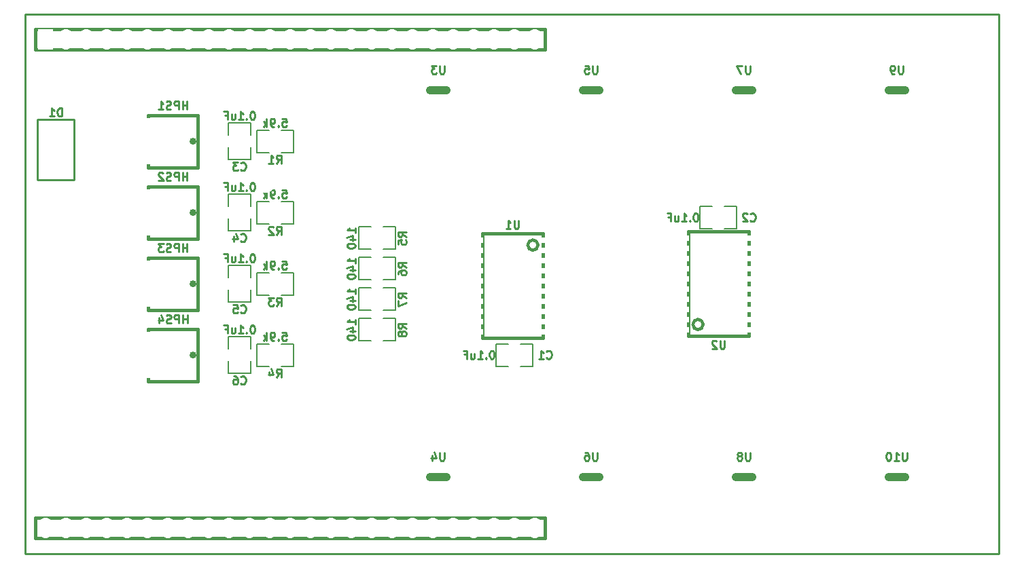
<source format=gbo>
G04 #@! TF.GenerationSoftware,KiCad,Pcbnew,6.0.0-rc1-unknown-576a0af~66~ubuntu18.04.1*
G04 #@! TF.CreationDate,2018-10-20T16:59:14-04:00*
G04 #@! TF.ProjectId,backlight_controller_5x3,6261636B6C696768745F636F6E74726F,1.1*
G04 #@! TF.SameCoordinates,Original*
G04 #@! TF.FileFunction,Legend,Bot*
G04 #@! TF.FilePolarity,Positive*
%FSLAX46Y46*%
G04 Gerber Fmt 4.6, Leading zero omitted, Abs format (unit mm)*
G04 Created by KiCad (PCBNEW 6.0.0-rc1-unknown-576a0af~66~ubuntu18.04.1) date Sat 20 Oct 2018 04:59:14 PM EDT*
%MOMM*%
%LPD*%
G01*
G04 APERTURE LIST*
%ADD10C,0.228600*%
%ADD11C,0.127000*%
%ADD12C,0.381000*%
%ADD13C,1.000000*%
%ADD14C,0.254000*%
%ADD15C,2.200000*%
%ADD16R,1.270000X2.540000*%
%ADD17O,4.000000X3.000000*%
%ADD18R,4.000000X3.000000*%
%ADD19C,4.000000*%
%ADD20O,1.854200X2.540000*%
%ADD21C,3.556000*%
%ADD22R,1.854200X2.540000*%
%ADD23R,1.800000X1.640000*%
%ADD24R,4.000000X5.160000*%
%ADD25R,2.540000X1.270000*%
%ADD26R,6.400000X5.800000*%
%ADD27R,2.200000X0.800000*%
%ADD28R,2.140000X0.740000*%
%ADD29O,1.524000X2.032000*%
%ADD30O,2.032000X1.524000*%
%ADD31C,2.500000*%
%ADD32R,0.800000X0.900000*%
G04 APERTURE END LIST*
D10*
X191135000Y-71755000D02*
X69850000Y-71755000D01*
X191135000Y-139065000D02*
X191135000Y-71755000D01*
X69850000Y-139065000D02*
X191135000Y-139065000D01*
X69850000Y-71755000D02*
X69850000Y-139065000D01*
D11*
G04 #@! TO.C,R8*
X115951000Y-112522000D02*
X114427000Y-112522000D01*
X115951000Y-109728000D02*
X115951000Y-112522000D01*
X114427000Y-109728000D02*
X115951000Y-109728000D01*
X111379000Y-109728000D02*
X112903000Y-109728000D01*
X111379000Y-112522000D02*
X111379000Y-109728000D01*
X112903000Y-112522000D02*
X111379000Y-112522000D01*
D12*
G04 #@! TO.C,MDB1*
X71120000Y-76200000D02*
X134620000Y-76200000D01*
X71120000Y-73660000D02*
X134620000Y-73660000D01*
X71120000Y-137160000D02*
X134620000Y-137160000D01*
X71120000Y-134620000D02*
X134620000Y-134620000D01*
X134620000Y-76200000D02*
X134620000Y-73660000D01*
X71120000Y-73660000D02*
X71120000Y-76200000D01*
X134620000Y-137160000D02*
X134620000Y-134620000D01*
X71120000Y-134620000D02*
X71120000Y-137160000D01*
D10*
G04 #@! TO.C,D1*
X71360000Y-84900000D02*
X71360000Y-92400000D01*
X75960000Y-84900000D02*
X71360000Y-84900000D01*
X75960000Y-92400000D02*
X75960000Y-84900000D01*
X71360000Y-92400000D02*
X75960000Y-92400000D01*
D11*
G04 #@! TO.C,C1*
X133096000Y-115697000D02*
X131572000Y-115697000D01*
X133096000Y-112903000D02*
X133096000Y-115697000D01*
X131572000Y-112903000D02*
X133096000Y-112903000D01*
X128524000Y-112903000D02*
X130048000Y-112903000D01*
X128524000Y-115697000D02*
X128524000Y-112903000D01*
X130048000Y-115697000D02*
X128524000Y-115697000D01*
G04 #@! TO.C,C2*
X153924000Y-95758000D02*
X155448000Y-95758000D01*
X153924000Y-98552000D02*
X153924000Y-95758000D01*
X155448000Y-98552000D02*
X153924000Y-98552000D01*
X158496000Y-98552000D02*
X156972000Y-98552000D01*
X158496000Y-95758000D02*
X158496000Y-98552000D01*
X156972000Y-95758000D02*
X158496000Y-95758000D01*
G04 #@! TO.C,C3*
X95123000Y-89916000D02*
X95123000Y-88392000D01*
X97917000Y-89916000D02*
X95123000Y-89916000D01*
X97917000Y-88392000D02*
X97917000Y-89916000D01*
X97917000Y-85344000D02*
X97917000Y-86868000D01*
X95123000Y-85344000D02*
X97917000Y-85344000D01*
X95123000Y-86868000D02*
X95123000Y-85344000D01*
G04 #@! TO.C,C4*
X95123000Y-98806000D02*
X95123000Y-97282000D01*
X97917000Y-98806000D02*
X95123000Y-98806000D01*
X97917000Y-97282000D02*
X97917000Y-98806000D01*
X97917000Y-94234000D02*
X97917000Y-95758000D01*
X95123000Y-94234000D02*
X97917000Y-94234000D01*
X95123000Y-95758000D02*
X95123000Y-94234000D01*
G04 #@! TO.C,C5*
X95123000Y-107696000D02*
X95123000Y-106172000D01*
X97917000Y-107696000D02*
X95123000Y-107696000D01*
X97917000Y-106172000D02*
X97917000Y-107696000D01*
X97917000Y-103124000D02*
X97917000Y-104648000D01*
X95123000Y-103124000D02*
X97917000Y-103124000D01*
X95123000Y-104648000D02*
X95123000Y-103124000D01*
G04 #@! TO.C,C6*
X95123000Y-116586000D02*
X95123000Y-115062000D01*
X97917000Y-116586000D02*
X95123000Y-116586000D01*
X97917000Y-115062000D02*
X97917000Y-116586000D01*
X97917000Y-112014000D02*
X97917000Y-113538000D01*
X95123000Y-112014000D02*
X97917000Y-112014000D01*
X95123000Y-113538000D02*
X95123000Y-112014000D01*
D12*
G04 #@! TO.C,HPS1*
X90968607Y-87630000D02*
G75*
G03X90968607Y-87630000I-223607J0D01*
G01*
X85155000Y-84380000D02*
X85155000Y-90880000D01*
X85155000Y-90880000D02*
X91375000Y-90880000D01*
X91375000Y-90880000D02*
X91375000Y-84380000D01*
X91375000Y-84380000D02*
X85155000Y-84380000D01*
G04 #@! TO.C,HPS2*
X90968607Y-96520000D02*
G75*
G03X90968607Y-96520000I-223607J0D01*
G01*
X85155000Y-93270000D02*
X85155000Y-99770000D01*
X85155000Y-99770000D02*
X91375000Y-99770000D01*
X91375000Y-99770000D02*
X91375000Y-93270000D01*
X91375000Y-93270000D02*
X85155000Y-93270000D01*
G04 #@! TO.C,HPS3*
X90968607Y-105410000D02*
G75*
G03X90968607Y-105410000I-223607J0D01*
G01*
X85155000Y-102160000D02*
X85155000Y-108660000D01*
X85155000Y-108660000D02*
X91375000Y-108660000D01*
X91375000Y-108660000D02*
X91375000Y-102160000D01*
X91375000Y-102160000D02*
X85155000Y-102160000D01*
G04 #@! TO.C,HPS4*
X90968607Y-114300000D02*
G75*
G03X90968607Y-114300000I-223607J0D01*
G01*
X85155000Y-111050000D02*
X85155000Y-117550000D01*
X85155000Y-117550000D02*
X91375000Y-117550000D01*
X91375000Y-117550000D02*
X91375000Y-111050000D01*
X91375000Y-111050000D02*
X85155000Y-111050000D01*
D11*
G04 #@! TO.C,R1*
X103251000Y-89027000D02*
X101727000Y-89027000D01*
X103251000Y-86233000D02*
X103251000Y-89027000D01*
X101727000Y-86233000D02*
X103251000Y-86233000D01*
X98679000Y-86233000D02*
X100203000Y-86233000D01*
X98679000Y-89027000D02*
X98679000Y-86233000D01*
X100203000Y-89027000D02*
X98679000Y-89027000D01*
G04 #@! TO.C,R2*
X103251000Y-97917000D02*
X101727000Y-97917000D01*
X103251000Y-95123000D02*
X103251000Y-97917000D01*
X101727000Y-95123000D02*
X103251000Y-95123000D01*
X98679000Y-95123000D02*
X100203000Y-95123000D01*
X98679000Y-97917000D02*
X98679000Y-95123000D01*
X100203000Y-97917000D02*
X98679000Y-97917000D01*
G04 #@! TO.C,R3*
X103251000Y-106807000D02*
X101727000Y-106807000D01*
X103251000Y-104013000D02*
X103251000Y-106807000D01*
X101727000Y-104013000D02*
X103251000Y-104013000D01*
X98679000Y-104013000D02*
X100203000Y-104013000D01*
X98679000Y-106807000D02*
X98679000Y-104013000D01*
X100203000Y-106807000D02*
X98679000Y-106807000D01*
G04 #@! TO.C,R4*
X103251000Y-115697000D02*
X101727000Y-115697000D01*
X103251000Y-112903000D02*
X103251000Y-115697000D01*
X101727000Y-112903000D02*
X103251000Y-112903000D01*
X98679000Y-112903000D02*
X100203000Y-112903000D01*
X98679000Y-115697000D02*
X98679000Y-112903000D01*
X100203000Y-115697000D02*
X98679000Y-115697000D01*
G04 #@! TO.C,R5*
X115951000Y-101092000D02*
X114427000Y-101092000D01*
X115951000Y-98298000D02*
X115951000Y-101092000D01*
X114427000Y-98298000D02*
X115951000Y-98298000D01*
X111379000Y-98298000D02*
X112903000Y-98298000D01*
X111379000Y-101092000D02*
X111379000Y-98298000D01*
X112903000Y-101092000D02*
X111379000Y-101092000D01*
G04 #@! TO.C,R6*
X115951000Y-104902000D02*
X114427000Y-104902000D01*
X115951000Y-102108000D02*
X115951000Y-104902000D01*
X114427000Y-102108000D02*
X115951000Y-102108000D01*
X111379000Y-102108000D02*
X112903000Y-102108000D01*
X111379000Y-104902000D02*
X111379000Y-102108000D01*
X112903000Y-104902000D02*
X111379000Y-104902000D01*
G04 #@! TO.C,R7*
X115951000Y-108712000D02*
X114427000Y-108712000D01*
X115951000Y-105918000D02*
X115951000Y-108712000D01*
X114427000Y-105918000D02*
X115951000Y-105918000D01*
X111379000Y-105918000D02*
X112903000Y-105918000D01*
X111379000Y-108712000D02*
X111379000Y-105918000D01*
X112903000Y-108712000D02*
X111379000Y-108712000D01*
D12*
G04 #@! TO.C,U1*
X126806000Y-99164000D02*
X134306000Y-99164000D01*
X126806000Y-112164000D02*
X126806000Y-99164000D01*
X134306000Y-112164000D02*
X126806000Y-112164000D01*
X134306000Y-99164000D02*
X134306000Y-112164000D01*
X133731000Y-100584000D02*
G75*
G03X133731000Y-100584000I-635000J0D01*
G01*
G04 #@! TO.C,U2*
X159960000Y-111910000D02*
X152460000Y-111910000D01*
X159960000Y-98910000D02*
X159960000Y-111910000D01*
X152460000Y-98910000D02*
X159960000Y-98910000D01*
X152460000Y-111910000D02*
X152460000Y-98910000D01*
X154305000Y-110490000D02*
G75*
G03X154305000Y-110490000I-635000J0D01*
G01*
D13*
G04 #@! TO.C,U3*
X120285000Y-81280000D02*
X122285000Y-81280000D01*
G04 #@! TO.C,U4*
X120285000Y-129540000D02*
X122285000Y-129540000D01*
G04 #@! TO.C,U5*
X139335000Y-81280000D02*
X141335000Y-81280000D01*
G04 #@! TO.C,U6*
X139335000Y-129540000D02*
X141335000Y-129540000D01*
G04 #@! TO.C,U7*
X158385000Y-81280000D02*
X160385000Y-81280000D01*
G04 #@! TO.C,U8*
X158385000Y-129540000D02*
X160385000Y-129540000D01*
G04 #@! TO.C,U9*
X177435000Y-81280000D02*
X179435000Y-81280000D01*
G04 #@! TO.C,U10*
X177435000Y-129540000D02*
X179435000Y-129540000D01*
G04 #@! TD*
G04 #@! TO.C,R8*
D14*
X117299619Y-110955666D02*
X116815809Y-110617000D01*
X117299619Y-110375095D02*
X116283619Y-110375095D01*
X116283619Y-110762142D01*
X116332000Y-110858904D01*
X116380380Y-110907285D01*
X116477142Y-110955666D01*
X116622285Y-110955666D01*
X116719047Y-110907285D01*
X116767428Y-110858904D01*
X116815809Y-110762142D01*
X116815809Y-110375095D01*
X116719047Y-111536238D02*
X116670666Y-111439476D01*
X116622285Y-111391095D01*
X116525523Y-111342714D01*
X116477142Y-111342714D01*
X116380380Y-111391095D01*
X116332000Y-111439476D01*
X116283619Y-111536238D01*
X116283619Y-111729761D01*
X116332000Y-111826523D01*
X116380380Y-111874904D01*
X116477142Y-111923285D01*
X116525523Y-111923285D01*
X116622285Y-111874904D01*
X116670666Y-111826523D01*
X116719047Y-111729761D01*
X116719047Y-111536238D01*
X116767428Y-111439476D01*
X116815809Y-111391095D01*
X116912571Y-111342714D01*
X117106095Y-111342714D01*
X117202857Y-111391095D01*
X117251238Y-111439476D01*
X117299619Y-111536238D01*
X117299619Y-111729761D01*
X117251238Y-111826523D01*
X117202857Y-111874904D01*
X117106095Y-111923285D01*
X116912571Y-111923285D01*
X116815809Y-111874904D01*
X116767428Y-111826523D01*
X116719047Y-111729761D01*
X110949619Y-110447666D02*
X110949619Y-109867095D01*
X110949619Y-110157380D02*
X109933619Y-110157380D01*
X110078761Y-110060619D01*
X110175523Y-109963857D01*
X110223904Y-109867095D01*
X110272285Y-111318523D02*
X110949619Y-111318523D01*
X109885238Y-111076619D02*
X110610952Y-110834714D01*
X110610952Y-111463666D01*
X109933619Y-112044238D02*
X109933619Y-112141000D01*
X109982000Y-112237761D01*
X110030380Y-112286142D01*
X110127142Y-112334523D01*
X110320666Y-112382904D01*
X110562571Y-112382904D01*
X110756095Y-112334523D01*
X110852857Y-112286142D01*
X110901238Y-112237761D01*
X110949619Y-112141000D01*
X110949619Y-112044238D01*
X110901238Y-111947476D01*
X110852857Y-111899095D01*
X110756095Y-111850714D01*
X110562571Y-111802333D01*
X110320666Y-111802333D01*
X110127142Y-111850714D01*
X110030380Y-111899095D01*
X109982000Y-111947476D01*
X109933619Y-112044238D01*
G04 #@! TO.C,D1*
X74409904Y-84509619D02*
X74409904Y-83493619D01*
X74168000Y-83493619D01*
X74022857Y-83542000D01*
X73926095Y-83638761D01*
X73877714Y-83735523D01*
X73829333Y-83929047D01*
X73829333Y-84074190D01*
X73877714Y-84267714D01*
X73926095Y-84364476D01*
X74022857Y-84461238D01*
X74168000Y-84509619D01*
X74409904Y-84509619D01*
X72861714Y-84509619D02*
X73442285Y-84509619D01*
X73152000Y-84509619D02*
X73152000Y-83493619D01*
X73248761Y-83638761D01*
X73345523Y-83735523D01*
X73442285Y-83783904D01*
G04 #@! TO.C,C1*
X134789333Y-114662857D02*
X134837714Y-114711238D01*
X134982857Y-114759619D01*
X135079619Y-114759619D01*
X135224761Y-114711238D01*
X135321523Y-114614476D01*
X135369904Y-114517714D01*
X135418285Y-114324190D01*
X135418285Y-114179047D01*
X135369904Y-113985523D01*
X135321523Y-113888761D01*
X135224761Y-113792000D01*
X135079619Y-113743619D01*
X134982857Y-113743619D01*
X134837714Y-113792000D01*
X134789333Y-113840380D01*
X133821714Y-114759619D02*
X134402285Y-114759619D01*
X134112000Y-114759619D02*
X134112000Y-113743619D01*
X134208761Y-113888761D01*
X134305523Y-113985523D01*
X134402285Y-114033904D01*
X128034142Y-113743619D02*
X127937380Y-113743619D01*
X127840619Y-113792000D01*
X127792238Y-113840380D01*
X127743857Y-113937142D01*
X127695476Y-114130666D01*
X127695476Y-114372571D01*
X127743857Y-114566095D01*
X127792238Y-114662857D01*
X127840619Y-114711238D01*
X127937380Y-114759619D01*
X128034142Y-114759619D01*
X128130904Y-114711238D01*
X128179285Y-114662857D01*
X128227666Y-114566095D01*
X128276047Y-114372571D01*
X128276047Y-114130666D01*
X128227666Y-113937142D01*
X128179285Y-113840380D01*
X128130904Y-113792000D01*
X128034142Y-113743619D01*
X127260047Y-114662857D02*
X127211666Y-114711238D01*
X127260047Y-114759619D01*
X127308428Y-114711238D01*
X127260047Y-114662857D01*
X127260047Y-114759619D01*
X126244047Y-114759619D02*
X126824619Y-114759619D01*
X126534333Y-114759619D02*
X126534333Y-113743619D01*
X126631095Y-113888761D01*
X126727857Y-113985523D01*
X126824619Y-114033904D01*
X125373190Y-114082285D02*
X125373190Y-114759619D01*
X125808619Y-114082285D02*
X125808619Y-114614476D01*
X125760238Y-114711238D01*
X125663476Y-114759619D01*
X125518333Y-114759619D01*
X125421571Y-114711238D01*
X125373190Y-114662857D01*
X124550714Y-114227428D02*
X124889380Y-114227428D01*
X124889380Y-114759619D02*
X124889380Y-113743619D01*
X124405571Y-113743619D01*
G04 #@! TO.C,C2*
X160189333Y-97517857D02*
X160237714Y-97566238D01*
X160382857Y-97614619D01*
X160479619Y-97614619D01*
X160624761Y-97566238D01*
X160721523Y-97469476D01*
X160769904Y-97372714D01*
X160818285Y-97179190D01*
X160818285Y-97034047D01*
X160769904Y-96840523D01*
X160721523Y-96743761D01*
X160624761Y-96647000D01*
X160479619Y-96598619D01*
X160382857Y-96598619D01*
X160237714Y-96647000D01*
X160189333Y-96695380D01*
X159802285Y-96695380D02*
X159753904Y-96647000D01*
X159657142Y-96598619D01*
X159415238Y-96598619D01*
X159318476Y-96647000D01*
X159270095Y-96695380D01*
X159221714Y-96792142D01*
X159221714Y-96888904D01*
X159270095Y-97034047D01*
X159850666Y-97614619D01*
X159221714Y-97614619D01*
X153434142Y-96598619D02*
X153337380Y-96598619D01*
X153240619Y-96647000D01*
X153192238Y-96695380D01*
X153143857Y-96792142D01*
X153095476Y-96985666D01*
X153095476Y-97227571D01*
X153143857Y-97421095D01*
X153192238Y-97517857D01*
X153240619Y-97566238D01*
X153337380Y-97614619D01*
X153434142Y-97614619D01*
X153530904Y-97566238D01*
X153579285Y-97517857D01*
X153627666Y-97421095D01*
X153676047Y-97227571D01*
X153676047Y-96985666D01*
X153627666Y-96792142D01*
X153579285Y-96695380D01*
X153530904Y-96647000D01*
X153434142Y-96598619D01*
X152660047Y-97517857D02*
X152611666Y-97566238D01*
X152660047Y-97614619D01*
X152708428Y-97566238D01*
X152660047Y-97517857D01*
X152660047Y-97614619D01*
X151644047Y-97614619D02*
X152224619Y-97614619D01*
X151934333Y-97614619D02*
X151934333Y-96598619D01*
X152031095Y-96743761D01*
X152127857Y-96840523D01*
X152224619Y-96888904D01*
X150773190Y-96937285D02*
X150773190Y-97614619D01*
X151208619Y-96937285D02*
X151208619Y-97469476D01*
X151160238Y-97566238D01*
X151063476Y-97614619D01*
X150918333Y-97614619D01*
X150821571Y-97566238D01*
X150773190Y-97517857D01*
X149950714Y-97082428D02*
X150289380Y-97082428D01*
X150289380Y-97614619D02*
X150289380Y-96598619D01*
X149805571Y-96598619D01*
G04 #@! TO.C,C3*
X96689333Y-91167857D02*
X96737714Y-91216238D01*
X96882857Y-91264619D01*
X96979619Y-91264619D01*
X97124761Y-91216238D01*
X97221523Y-91119476D01*
X97269904Y-91022714D01*
X97318285Y-90829190D01*
X97318285Y-90684047D01*
X97269904Y-90490523D01*
X97221523Y-90393761D01*
X97124761Y-90297000D01*
X96979619Y-90248619D01*
X96882857Y-90248619D01*
X96737714Y-90297000D01*
X96689333Y-90345380D01*
X96350666Y-90248619D02*
X95721714Y-90248619D01*
X96060380Y-90635666D01*
X95915238Y-90635666D01*
X95818476Y-90684047D01*
X95770095Y-90732428D01*
X95721714Y-90829190D01*
X95721714Y-91071095D01*
X95770095Y-91167857D01*
X95818476Y-91216238D01*
X95915238Y-91264619D01*
X96205523Y-91264619D01*
X96302285Y-91216238D01*
X96350666Y-91167857D01*
X98189142Y-83898619D02*
X98092380Y-83898619D01*
X97995619Y-83947000D01*
X97947238Y-83995380D01*
X97898857Y-84092142D01*
X97850476Y-84285666D01*
X97850476Y-84527571D01*
X97898857Y-84721095D01*
X97947238Y-84817857D01*
X97995619Y-84866238D01*
X98092380Y-84914619D01*
X98189142Y-84914619D01*
X98285904Y-84866238D01*
X98334285Y-84817857D01*
X98382666Y-84721095D01*
X98431047Y-84527571D01*
X98431047Y-84285666D01*
X98382666Y-84092142D01*
X98334285Y-83995380D01*
X98285904Y-83947000D01*
X98189142Y-83898619D01*
X97415047Y-84817857D02*
X97366666Y-84866238D01*
X97415047Y-84914619D01*
X97463428Y-84866238D01*
X97415047Y-84817857D01*
X97415047Y-84914619D01*
X96399047Y-84914619D02*
X96979619Y-84914619D01*
X96689333Y-84914619D02*
X96689333Y-83898619D01*
X96786095Y-84043761D01*
X96882857Y-84140523D01*
X96979619Y-84188904D01*
X95528190Y-84237285D02*
X95528190Y-84914619D01*
X95963619Y-84237285D02*
X95963619Y-84769476D01*
X95915238Y-84866238D01*
X95818476Y-84914619D01*
X95673333Y-84914619D01*
X95576571Y-84866238D01*
X95528190Y-84817857D01*
X94705714Y-84382428D02*
X95044380Y-84382428D01*
X95044380Y-84914619D02*
X95044380Y-83898619D01*
X94560571Y-83898619D01*
G04 #@! TO.C,C4*
X96689333Y-100057857D02*
X96737714Y-100106238D01*
X96882857Y-100154619D01*
X96979619Y-100154619D01*
X97124761Y-100106238D01*
X97221523Y-100009476D01*
X97269904Y-99912714D01*
X97318285Y-99719190D01*
X97318285Y-99574047D01*
X97269904Y-99380523D01*
X97221523Y-99283761D01*
X97124761Y-99187000D01*
X96979619Y-99138619D01*
X96882857Y-99138619D01*
X96737714Y-99187000D01*
X96689333Y-99235380D01*
X95818476Y-99477285D02*
X95818476Y-100154619D01*
X96060380Y-99090238D02*
X96302285Y-99815952D01*
X95673333Y-99815952D01*
X98189142Y-92788619D02*
X98092380Y-92788619D01*
X97995619Y-92837000D01*
X97947238Y-92885380D01*
X97898857Y-92982142D01*
X97850476Y-93175666D01*
X97850476Y-93417571D01*
X97898857Y-93611095D01*
X97947238Y-93707857D01*
X97995619Y-93756238D01*
X98092380Y-93804619D01*
X98189142Y-93804619D01*
X98285904Y-93756238D01*
X98334285Y-93707857D01*
X98382666Y-93611095D01*
X98431047Y-93417571D01*
X98431047Y-93175666D01*
X98382666Y-92982142D01*
X98334285Y-92885380D01*
X98285904Y-92837000D01*
X98189142Y-92788619D01*
X97415047Y-93707857D02*
X97366666Y-93756238D01*
X97415047Y-93804619D01*
X97463428Y-93756238D01*
X97415047Y-93707857D01*
X97415047Y-93804619D01*
X96399047Y-93804619D02*
X96979619Y-93804619D01*
X96689333Y-93804619D02*
X96689333Y-92788619D01*
X96786095Y-92933761D01*
X96882857Y-93030523D01*
X96979619Y-93078904D01*
X95528190Y-93127285D02*
X95528190Y-93804619D01*
X95963619Y-93127285D02*
X95963619Y-93659476D01*
X95915238Y-93756238D01*
X95818476Y-93804619D01*
X95673333Y-93804619D01*
X95576571Y-93756238D01*
X95528190Y-93707857D01*
X94705714Y-93272428D02*
X95044380Y-93272428D01*
X95044380Y-93804619D02*
X95044380Y-92788619D01*
X94560571Y-92788619D01*
G04 #@! TO.C,C5*
X96689333Y-108947857D02*
X96737714Y-108996238D01*
X96882857Y-109044619D01*
X96979619Y-109044619D01*
X97124761Y-108996238D01*
X97221523Y-108899476D01*
X97269904Y-108802714D01*
X97318285Y-108609190D01*
X97318285Y-108464047D01*
X97269904Y-108270523D01*
X97221523Y-108173761D01*
X97124761Y-108077000D01*
X96979619Y-108028619D01*
X96882857Y-108028619D01*
X96737714Y-108077000D01*
X96689333Y-108125380D01*
X95770095Y-108028619D02*
X96253904Y-108028619D01*
X96302285Y-108512428D01*
X96253904Y-108464047D01*
X96157142Y-108415666D01*
X95915238Y-108415666D01*
X95818476Y-108464047D01*
X95770095Y-108512428D01*
X95721714Y-108609190D01*
X95721714Y-108851095D01*
X95770095Y-108947857D01*
X95818476Y-108996238D01*
X95915238Y-109044619D01*
X96157142Y-109044619D01*
X96253904Y-108996238D01*
X96302285Y-108947857D01*
X98189142Y-101678619D02*
X98092380Y-101678619D01*
X97995619Y-101727000D01*
X97947238Y-101775380D01*
X97898857Y-101872142D01*
X97850476Y-102065666D01*
X97850476Y-102307571D01*
X97898857Y-102501095D01*
X97947238Y-102597857D01*
X97995619Y-102646238D01*
X98092380Y-102694619D01*
X98189142Y-102694619D01*
X98285904Y-102646238D01*
X98334285Y-102597857D01*
X98382666Y-102501095D01*
X98431047Y-102307571D01*
X98431047Y-102065666D01*
X98382666Y-101872142D01*
X98334285Y-101775380D01*
X98285904Y-101727000D01*
X98189142Y-101678619D01*
X97415047Y-102597857D02*
X97366666Y-102646238D01*
X97415047Y-102694619D01*
X97463428Y-102646238D01*
X97415047Y-102597857D01*
X97415047Y-102694619D01*
X96399047Y-102694619D02*
X96979619Y-102694619D01*
X96689333Y-102694619D02*
X96689333Y-101678619D01*
X96786095Y-101823761D01*
X96882857Y-101920523D01*
X96979619Y-101968904D01*
X95528190Y-102017285D02*
X95528190Y-102694619D01*
X95963619Y-102017285D02*
X95963619Y-102549476D01*
X95915238Y-102646238D01*
X95818476Y-102694619D01*
X95673333Y-102694619D01*
X95576571Y-102646238D01*
X95528190Y-102597857D01*
X94705714Y-102162428D02*
X95044380Y-102162428D01*
X95044380Y-102694619D02*
X95044380Y-101678619D01*
X94560571Y-101678619D01*
G04 #@! TO.C,C6*
X96689333Y-117837857D02*
X96737714Y-117886238D01*
X96882857Y-117934619D01*
X96979619Y-117934619D01*
X97124761Y-117886238D01*
X97221523Y-117789476D01*
X97269904Y-117692714D01*
X97318285Y-117499190D01*
X97318285Y-117354047D01*
X97269904Y-117160523D01*
X97221523Y-117063761D01*
X97124761Y-116967000D01*
X96979619Y-116918619D01*
X96882857Y-116918619D01*
X96737714Y-116967000D01*
X96689333Y-117015380D01*
X95818476Y-116918619D02*
X96012000Y-116918619D01*
X96108761Y-116967000D01*
X96157142Y-117015380D01*
X96253904Y-117160523D01*
X96302285Y-117354047D01*
X96302285Y-117741095D01*
X96253904Y-117837857D01*
X96205523Y-117886238D01*
X96108761Y-117934619D01*
X95915238Y-117934619D01*
X95818476Y-117886238D01*
X95770095Y-117837857D01*
X95721714Y-117741095D01*
X95721714Y-117499190D01*
X95770095Y-117402428D01*
X95818476Y-117354047D01*
X95915238Y-117305666D01*
X96108761Y-117305666D01*
X96205523Y-117354047D01*
X96253904Y-117402428D01*
X96302285Y-117499190D01*
X98189142Y-110568619D02*
X98092380Y-110568619D01*
X97995619Y-110617000D01*
X97947238Y-110665380D01*
X97898857Y-110762142D01*
X97850476Y-110955666D01*
X97850476Y-111197571D01*
X97898857Y-111391095D01*
X97947238Y-111487857D01*
X97995619Y-111536238D01*
X98092380Y-111584619D01*
X98189142Y-111584619D01*
X98285904Y-111536238D01*
X98334285Y-111487857D01*
X98382666Y-111391095D01*
X98431047Y-111197571D01*
X98431047Y-110955666D01*
X98382666Y-110762142D01*
X98334285Y-110665380D01*
X98285904Y-110617000D01*
X98189142Y-110568619D01*
X97415047Y-111487857D02*
X97366666Y-111536238D01*
X97415047Y-111584619D01*
X97463428Y-111536238D01*
X97415047Y-111487857D01*
X97415047Y-111584619D01*
X96399047Y-111584619D02*
X96979619Y-111584619D01*
X96689333Y-111584619D02*
X96689333Y-110568619D01*
X96786095Y-110713761D01*
X96882857Y-110810523D01*
X96979619Y-110858904D01*
X95528190Y-110907285D02*
X95528190Y-111584619D01*
X95963619Y-110907285D02*
X95963619Y-111439476D01*
X95915238Y-111536238D01*
X95818476Y-111584619D01*
X95673333Y-111584619D01*
X95576571Y-111536238D01*
X95528190Y-111487857D01*
X94705714Y-111052428D02*
X95044380Y-111052428D01*
X95044380Y-111584619D02*
X95044380Y-110568619D01*
X94560571Y-110568619D01*
G04 #@! TO.C,HPS1*
X90010904Y-83644619D02*
X90010904Y-82628619D01*
X90010904Y-83112428D02*
X89430333Y-83112428D01*
X89430333Y-83644619D02*
X89430333Y-82628619D01*
X88946523Y-83644619D02*
X88946523Y-82628619D01*
X88559476Y-82628619D01*
X88462714Y-82677000D01*
X88414333Y-82725380D01*
X88365952Y-82822142D01*
X88365952Y-82967285D01*
X88414333Y-83064047D01*
X88462714Y-83112428D01*
X88559476Y-83160809D01*
X88946523Y-83160809D01*
X87978904Y-83596238D02*
X87833761Y-83644619D01*
X87591857Y-83644619D01*
X87495095Y-83596238D01*
X87446714Y-83547857D01*
X87398333Y-83451095D01*
X87398333Y-83354333D01*
X87446714Y-83257571D01*
X87495095Y-83209190D01*
X87591857Y-83160809D01*
X87785380Y-83112428D01*
X87882142Y-83064047D01*
X87930523Y-83015666D01*
X87978904Y-82918904D01*
X87978904Y-82822142D01*
X87930523Y-82725380D01*
X87882142Y-82677000D01*
X87785380Y-82628619D01*
X87543476Y-82628619D01*
X87398333Y-82677000D01*
X86430714Y-83644619D02*
X87011285Y-83644619D01*
X86721000Y-83644619D02*
X86721000Y-82628619D01*
X86817761Y-82773761D01*
X86914523Y-82870523D01*
X87011285Y-82918904D01*
G04 #@! TO.C,HPS2*
X90010904Y-92534619D02*
X90010904Y-91518619D01*
X90010904Y-92002428D02*
X89430333Y-92002428D01*
X89430333Y-92534619D02*
X89430333Y-91518619D01*
X88946523Y-92534619D02*
X88946523Y-91518619D01*
X88559476Y-91518619D01*
X88462714Y-91567000D01*
X88414333Y-91615380D01*
X88365952Y-91712142D01*
X88365952Y-91857285D01*
X88414333Y-91954047D01*
X88462714Y-92002428D01*
X88559476Y-92050809D01*
X88946523Y-92050809D01*
X87978904Y-92486238D02*
X87833761Y-92534619D01*
X87591857Y-92534619D01*
X87495095Y-92486238D01*
X87446714Y-92437857D01*
X87398333Y-92341095D01*
X87398333Y-92244333D01*
X87446714Y-92147571D01*
X87495095Y-92099190D01*
X87591857Y-92050809D01*
X87785380Y-92002428D01*
X87882142Y-91954047D01*
X87930523Y-91905666D01*
X87978904Y-91808904D01*
X87978904Y-91712142D01*
X87930523Y-91615380D01*
X87882142Y-91567000D01*
X87785380Y-91518619D01*
X87543476Y-91518619D01*
X87398333Y-91567000D01*
X87011285Y-91615380D02*
X86962904Y-91567000D01*
X86866142Y-91518619D01*
X86624238Y-91518619D01*
X86527476Y-91567000D01*
X86479095Y-91615380D01*
X86430714Y-91712142D01*
X86430714Y-91808904D01*
X86479095Y-91954047D01*
X87059666Y-92534619D01*
X86430714Y-92534619D01*
G04 #@! TO.C,HPS3*
X90010904Y-101424619D02*
X90010904Y-100408619D01*
X90010904Y-100892428D02*
X89430333Y-100892428D01*
X89430333Y-101424619D02*
X89430333Y-100408619D01*
X88946523Y-101424619D02*
X88946523Y-100408619D01*
X88559476Y-100408619D01*
X88462714Y-100457000D01*
X88414333Y-100505380D01*
X88365952Y-100602142D01*
X88365952Y-100747285D01*
X88414333Y-100844047D01*
X88462714Y-100892428D01*
X88559476Y-100940809D01*
X88946523Y-100940809D01*
X87978904Y-101376238D02*
X87833761Y-101424619D01*
X87591857Y-101424619D01*
X87495095Y-101376238D01*
X87446714Y-101327857D01*
X87398333Y-101231095D01*
X87398333Y-101134333D01*
X87446714Y-101037571D01*
X87495095Y-100989190D01*
X87591857Y-100940809D01*
X87785380Y-100892428D01*
X87882142Y-100844047D01*
X87930523Y-100795666D01*
X87978904Y-100698904D01*
X87978904Y-100602142D01*
X87930523Y-100505380D01*
X87882142Y-100457000D01*
X87785380Y-100408619D01*
X87543476Y-100408619D01*
X87398333Y-100457000D01*
X87059666Y-100408619D02*
X86430714Y-100408619D01*
X86769380Y-100795666D01*
X86624238Y-100795666D01*
X86527476Y-100844047D01*
X86479095Y-100892428D01*
X86430714Y-100989190D01*
X86430714Y-101231095D01*
X86479095Y-101327857D01*
X86527476Y-101376238D01*
X86624238Y-101424619D01*
X86914523Y-101424619D01*
X87011285Y-101376238D01*
X87059666Y-101327857D01*
G04 #@! TO.C,HPS4*
X90030904Y-110314619D02*
X90030904Y-109298619D01*
X90030904Y-109782428D02*
X89450333Y-109782428D01*
X89450333Y-110314619D02*
X89450333Y-109298619D01*
X88966523Y-110314619D02*
X88966523Y-109298619D01*
X88579476Y-109298619D01*
X88482714Y-109347000D01*
X88434333Y-109395380D01*
X88385952Y-109492142D01*
X88385952Y-109637285D01*
X88434333Y-109734047D01*
X88482714Y-109782428D01*
X88579476Y-109830809D01*
X88966523Y-109830809D01*
X87998904Y-110266238D02*
X87853761Y-110314619D01*
X87611857Y-110314619D01*
X87515095Y-110266238D01*
X87466714Y-110217857D01*
X87418333Y-110121095D01*
X87418333Y-110024333D01*
X87466714Y-109927571D01*
X87515095Y-109879190D01*
X87611857Y-109830809D01*
X87805380Y-109782428D01*
X87902142Y-109734047D01*
X87950523Y-109685666D01*
X87998904Y-109588904D01*
X87998904Y-109492142D01*
X87950523Y-109395380D01*
X87902142Y-109347000D01*
X87805380Y-109298619D01*
X87563476Y-109298619D01*
X87418333Y-109347000D01*
X86547476Y-109637285D02*
X86547476Y-110314619D01*
X86789380Y-109250238D02*
X87031285Y-109975952D01*
X86402333Y-109975952D01*
G04 #@! TO.C,R1*
X101134333Y-90375619D02*
X101473000Y-89891809D01*
X101714904Y-90375619D02*
X101714904Y-89359619D01*
X101327857Y-89359619D01*
X101231095Y-89408000D01*
X101182714Y-89456380D01*
X101134333Y-89553142D01*
X101134333Y-89698285D01*
X101182714Y-89795047D01*
X101231095Y-89843428D01*
X101327857Y-89891809D01*
X101714904Y-89891809D01*
X100166714Y-90375619D02*
X100747285Y-90375619D01*
X100457000Y-90375619D02*
X100457000Y-89359619D01*
X100553761Y-89504761D01*
X100650523Y-89601523D01*
X100747285Y-89649904D01*
X101860047Y-84787619D02*
X102343857Y-84787619D01*
X102392238Y-85271428D01*
X102343857Y-85223047D01*
X102247095Y-85174666D01*
X102005190Y-85174666D01*
X101908428Y-85223047D01*
X101860047Y-85271428D01*
X101811666Y-85368190D01*
X101811666Y-85610095D01*
X101860047Y-85706857D01*
X101908428Y-85755238D01*
X102005190Y-85803619D01*
X102247095Y-85803619D01*
X102343857Y-85755238D01*
X102392238Y-85706857D01*
X101376238Y-85706857D02*
X101327857Y-85755238D01*
X101376238Y-85803619D01*
X101424619Y-85755238D01*
X101376238Y-85706857D01*
X101376238Y-85803619D01*
X100844047Y-85803619D02*
X100650523Y-85803619D01*
X100553761Y-85755238D01*
X100505380Y-85706857D01*
X100408619Y-85561714D01*
X100360238Y-85368190D01*
X100360238Y-84981142D01*
X100408619Y-84884380D01*
X100457000Y-84836000D01*
X100553761Y-84787619D01*
X100747285Y-84787619D01*
X100844047Y-84836000D01*
X100892428Y-84884380D01*
X100940809Y-84981142D01*
X100940809Y-85223047D01*
X100892428Y-85319809D01*
X100844047Y-85368190D01*
X100747285Y-85416571D01*
X100553761Y-85416571D01*
X100457000Y-85368190D01*
X100408619Y-85319809D01*
X100360238Y-85223047D01*
X99924809Y-85803619D02*
X99924809Y-84787619D01*
X99828047Y-85416571D02*
X99537761Y-85803619D01*
X99537761Y-85126285D02*
X99924809Y-85513333D01*
G04 #@! TO.C,R2*
X101134333Y-99265619D02*
X101473000Y-98781809D01*
X101714904Y-99265619D02*
X101714904Y-98249619D01*
X101327857Y-98249619D01*
X101231095Y-98298000D01*
X101182714Y-98346380D01*
X101134333Y-98443142D01*
X101134333Y-98588285D01*
X101182714Y-98685047D01*
X101231095Y-98733428D01*
X101327857Y-98781809D01*
X101714904Y-98781809D01*
X100747285Y-98346380D02*
X100698904Y-98298000D01*
X100602142Y-98249619D01*
X100360238Y-98249619D01*
X100263476Y-98298000D01*
X100215095Y-98346380D01*
X100166714Y-98443142D01*
X100166714Y-98539904D01*
X100215095Y-98685047D01*
X100795666Y-99265619D01*
X100166714Y-99265619D01*
X101860047Y-93677619D02*
X102343857Y-93677619D01*
X102392238Y-94161428D01*
X102343857Y-94113047D01*
X102247095Y-94064666D01*
X102005190Y-94064666D01*
X101908428Y-94113047D01*
X101860047Y-94161428D01*
X101811666Y-94258190D01*
X101811666Y-94500095D01*
X101860047Y-94596857D01*
X101908428Y-94645238D01*
X102005190Y-94693619D01*
X102247095Y-94693619D01*
X102343857Y-94645238D01*
X102392238Y-94596857D01*
X101376238Y-94596857D02*
X101327857Y-94645238D01*
X101376238Y-94693619D01*
X101424619Y-94645238D01*
X101376238Y-94596857D01*
X101376238Y-94693619D01*
X100844047Y-94693619D02*
X100650523Y-94693619D01*
X100553761Y-94645238D01*
X100505380Y-94596857D01*
X100408619Y-94451714D01*
X100360238Y-94258190D01*
X100360238Y-93871142D01*
X100408619Y-93774380D01*
X100457000Y-93726000D01*
X100553761Y-93677619D01*
X100747285Y-93677619D01*
X100844047Y-93726000D01*
X100892428Y-93774380D01*
X100940809Y-93871142D01*
X100940809Y-94113047D01*
X100892428Y-94209809D01*
X100844047Y-94258190D01*
X100747285Y-94306571D01*
X100553761Y-94306571D01*
X100457000Y-94258190D01*
X100408619Y-94209809D01*
X100360238Y-94113047D01*
X99924809Y-94693619D02*
X99924809Y-93677619D01*
X99828047Y-94306571D02*
X99537761Y-94693619D01*
X99537761Y-94016285D02*
X99924809Y-94403333D01*
G04 #@! TO.C,R3*
X101134333Y-108155619D02*
X101473000Y-107671809D01*
X101714904Y-108155619D02*
X101714904Y-107139619D01*
X101327857Y-107139619D01*
X101231095Y-107188000D01*
X101182714Y-107236380D01*
X101134333Y-107333142D01*
X101134333Y-107478285D01*
X101182714Y-107575047D01*
X101231095Y-107623428D01*
X101327857Y-107671809D01*
X101714904Y-107671809D01*
X100795666Y-107139619D02*
X100166714Y-107139619D01*
X100505380Y-107526666D01*
X100360238Y-107526666D01*
X100263476Y-107575047D01*
X100215095Y-107623428D01*
X100166714Y-107720190D01*
X100166714Y-107962095D01*
X100215095Y-108058857D01*
X100263476Y-108107238D01*
X100360238Y-108155619D01*
X100650523Y-108155619D01*
X100747285Y-108107238D01*
X100795666Y-108058857D01*
X101860047Y-102567619D02*
X102343857Y-102567619D01*
X102392238Y-103051428D01*
X102343857Y-103003047D01*
X102247095Y-102954666D01*
X102005190Y-102954666D01*
X101908428Y-103003047D01*
X101860047Y-103051428D01*
X101811666Y-103148190D01*
X101811666Y-103390095D01*
X101860047Y-103486857D01*
X101908428Y-103535238D01*
X102005190Y-103583619D01*
X102247095Y-103583619D01*
X102343857Y-103535238D01*
X102392238Y-103486857D01*
X101376238Y-103486857D02*
X101327857Y-103535238D01*
X101376238Y-103583619D01*
X101424619Y-103535238D01*
X101376238Y-103486857D01*
X101376238Y-103583619D01*
X100844047Y-103583619D02*
X100650523Y-103583619D01*
X100553761Y-103535238D01*
X100505380Y-103486857D01*
X100408619Y-103341714D01*
X100360238Y-103148190D01*
X100360238Y-102761142D01*
X100408619Y-102664380D01*
X100457000Y-102616000D01*
X100553761Y-102567619D01*
X100747285Y-102567619D01*
X100844047Y-102616000D01*
X100892428Y-102664380D01*
X100940809Y-102761142D01*
X100940809Y-103003047D01*
X100892428Y-103099809D01*
X100844047Y-103148190D01*
X100747285Y-103196571D01*
X100553761Y-103196571D01*
X100457000Y-103148190D01*
X100408619Y-103099809D01*
X100360238Y-103003047D01*
X99924809Y-103583619D02*
X99924809Y-102567619D01*
X99828047Y-103196571D02*
X99537761Y-103583619D01*
X99537761Y-102906285D02*
X99924809Y-103293333D01*
G04 #@! TO.C,R4*
X101134333Y-117045619D02*
X101473000Y-116561809D01*
X101714904Y-117045619D02*
X101714904Y-116029619D01*
X101327857Y-116029619D01*
X101231095Y-116078000D01*
X101182714Y-116126380D01*
X101134333Y-116223142D01*
X101134333Y-116368285D01*
X101182714Y-116465047D01*
X101231095Y-116513428D01*
X101327857Y-116561809D01*
X101714904Y-116561809D01*
X100263476Y-116368285D02*
X100263476Y-117045619D01*
X100505380Y-115981238D02*
X100747285Y-116706952D01*
X100118333Y-116706952D01*
X101860047Y-111457619D02*
X102343857Y-111457619D01*
X102392238Y-111941428D01*
X102343857Y-111893047D01*
X102247095Y-111844666D01*
X102005190Y-111844666D01*
X101908428Y-111893047D01*
X101860047Y-111941428D01*
X101811666Y-112038190D01*
X101811666Y-112280095D01*
X101860047Y-112376857D01*
X101908428Y-112425238D01*
X102005190Y-112473619D01*
X102247095Y-112473619D01*
X102343857Y-112425238D01*
X102392238Y-112376857D01*
X101376238Y-112376857D02*
X101327857Y-112425238D01*
X101376238Y-112473619D01*
X101424619Y-112425238D01*
X101376238Y-112376857D01*
X101376238Y-112473619D01*
X100844047Y-112473619D02*
X100650523Y-112473619D01*
X100553761Y-112425238D01*
X100505380Y-112376857D01*
X100408619Y-112231714D01*
X100360238Y-112038190D01*
X100360238Y-111651142D01*
X100408619Y-111554380D01*
X100457000Y-111506000D01*
X100553761Y-111457619D01*
X100747285Y-111457619D01*
X100844047Y-111506000D01*
X100892428Y-111554380D01*
X100940809Y-111651142D01*
X100940809Y-111893047D01*
X100892428Y-111989809D01*
X100844047Y-112038190D01*
X100747285Y-112086571D01*
X100553761Y-112086571D01*
X100457000Y-112038190D01*
X100408619Y-111989809D01*
X100360238Y-111893047D01*
X99924809Y-112473619D02*
X99924809Y-111457619D01*
X99828047Y-112086571D02*
X99537761Y-112473619D01*
X99537761Y-111796285D02*
X99924809Y-112183333D01*
G04 #@! TO.C,R5*
X117299619Y-99525666D02*
X116815809Y-99187000D01*
X117299619Y-98945095D02*
X116283619Y-98945095D01*
X116283619Y-99332142D01*
X116332000Y-99428904D01*
X116380380Y-99477285D01*
X116477142Y-99525666D01*
X116622285Y-99525666D01*
X116719047Y-99477285D01*
X116767428Y-99428904D01*
X116815809Y-99332142D01*
X116815809Y-98945095D01*
X116283619Y-100444904D02*
X116283619Y-99961095D01*
X116767428Y-99912714D01*
X116719047Y-99961095D01*
X116670666Y-100057857D01*
X116670666Y-100299761D01*
X116719047Y-100396523D01*
X116767428Y-100444904D01*
X116864190Y-100493285D01*
X117106095Y-100493285D01*
X117202857Y-100444904D01*
X117251238Y-100396523D01*
X117299619Y-100299761D01*
X117299619Y-100057857D01*
X117251238Y-99961095D01*
X117202857Y-99912714D01*
X110949619Y-99017666D02*
X110949619Y-98437095D01*
X110949619Y-98727380D02*
X109933619Y-98727380D01*
X110078761Y-98630619D01*
X110175523Y-98533857D01*
X110223904Y-98437095D01*
X110272285Y-99888523D02*
X110949619Y-99888523D01*
X109885238Y-99646619D02*
X110610952Y-99404714D01*
X110610952Y-100033666D01*
X109933619Y-100614238D02*
X109933619Y-100711000D01*
X109982000Y-100807761D01*
X110030380Y-100856142D01*
X110127142Y-100904523D01*
X110320666Y-100952904D01*
X110562571Y-100952904D01*
X110756095Y-100904523D01*
X110852857Y-100856142D01*
X110901238Y-100807761D01*
X110949619Y-100711000D01*
X110949619Y-100614238D01*
X110901238Y-100517476D01*
X110852857Y-100469095D01*
X110756095Y-100420714D01*
X110562571Y-100372333D01*
X110320666Y-100372333D01*
X110127142Y-100420714D01*
X110030380Y-100469095D01*
X109982000Y-100517476D01*
X109933619Y-100614238D01*
G04 #@! TO.C,R6*
X117299619Y-103335666D02*
X116815809Y-102997000D01*
X117299619Y-102755095D02*
X116283619Y-102755095D01*
X116283619Y-103142142D01*
X116332000Y-103238904D01*
X116380380Y-103287285D01*
X116477142Y-103335666D01*
X116622285Y-103335666D01*
X116719047Y-103287285D01*
X116767428Y-103238904D01*
X116815809Y-103142142D01*
X116815809Y-102755095D01*
X116283619Y-104206523D02*
X116283619Y-104013000D01*
X116332000Y-103916238D01*
X116380380Y-103867857D01*
X116525523Y-103771095D01*
X116719047Y-103722714D01*
X117106095Y-103722714D01*
X117202857Y-103771095D01*
X117251238Y-103819476D01*
X117299619Y-103916238D01*
X117299619Y-104109761D01*
X117251238Y-104206523D01*
X117202857Y-104254904D01*
X117106095Y-104303285D01*
X116864190Y-104303285D01*
X116767428Y-104254904D01*
X116719047Y-104206523D01*
X116670666Y-104109761D01*
X116670666Y-103916238D01*
X116719047Y-103819476D01*
X116767428Y-103771095D01*
X116864190Y-103722714D01*
X110949619Y-102827666D02*
X110949619Y-102247095D01*
X110949619Y-102537380D02*
X109933619Y-102537380D01*
X110078761Y-102440619D01*
X110175523Y-102343857D01*
X110223904Y-102247095D01*
X110272285Y-103698523D02*
X110949619Y-103698523D01*
X109885238Y-103456619D02*
X110610952Y-103214714D01*
X110610952Y-103843666D01*
X109933619Y-104424238D02*
X109933619Y-104521000D01*
X109982000Y-104617761D01*
X110030380Y-104666142D01*
X110127142Y-104714523D01*
X110320666Y-104762904D01*
X110562571Y-104762904D01*
X110756095Y-104714523D01*
X110852857Y-104666142D01*
X110901238Y-104617761D01*
X110949619Y-104521000D01*
X110949619Y-104424238D01*
X110901238Y-104327476D01*
X110852857Y-104279095D01*
X110756095Y-104230714D01*
X110562571Y-104182333D01*
X110320666Y-104182333D01*
X110127142Y-104230714D01*
X110030380Y-104279095D01*
X109982000Y-104327476D01*
X109933619Y-104424238D01*
G04 #@! TO.C,R7*
X117299619Y-107145666D02*
X116815809Y-106807000D01*
X117299619Y-106565095D02*
X116283619Y-106565095D01*
X116283619Y-106952142D01*
X116332000Y-107048904D01*
X116380380Y-107097285D01*
X116477142Y-107145666D01*
X116622285Y-107145666D01*
X116719047Y-107097285D01*
X116767428Y-107048904D01*
X116815809Y-106952142D01*
X116815809Y-106565095D01*
X116283619Y-107484333D02*
X116283619Y-108161666D01*
X117299619Y-107726238D01*
X110949619Y-106637666D02*
X110949619Y-106057095D01*
X110949619Y-106347380D02*
X109933619Y-106347380D01*
X110078761Y-106250619D01*
X110175523Y-106153857D01*
X110223904Y-106057095D01*
X110272285Y-107508523D02*
X110949619Y-107508523D01*
X109885238Y-107266619D02*
X110610952Y-107024714D01*
X110610952Y-107653666D01*
X109933619Y-108234238D02*
X109933619Y-108331000D01*
X109982000Y-108427761D01*
X110030380Y-108476142D01*
X110127142Y-108524523D01*
X110320666Y-108572904D01*
X110562571Y-108572904D01*
X110756095Y-108524523D01*
X110852857Y-108476142D01*
X110901238Y-108427761D01*
X110949619Y-108331000D01*
X110949619Y-108234238D01*
X110901238Y-108137476D01*
X110852857Y-108089095D01*
X110756095Y-108040714D01*
X110562571Y-107992333D01*
X110320666Y-107992333D01*
X110127142Y-108040714D01*
X110030380Y-108089095D01*
X109982000Y-108137476D01*
X109933619Y-108234238D01*
G04 #@! TO.C,U1*
X131330095Y-97487619D02*
X131330095Y-98310095D01*
X131281714Y-98406857D01*
X131233333Y-98455238D01*
X131136571Y-98503619D01*
X130943047Y-98503619D01*
X130846285Y-98455238D01*
X130797904Y-98406857D01*
X130749523Y-98310095D01*
X130749523Y-97487619D01*
X129733523Y-98503619D02*
X130314095Y-98503619D01*
X130023809Y-98503619D02*
X130023809Y-97487619D01*
X130120571Y-97632761D01*
X130217333Y-97729523D01*
X130314095Y-97777904D01*
G04 #@! TO.C,U2*
X156984095Y-112473619D02*
X156984095Y-113296095D01*
X156935714Y-113392857D01*
X156887333Y-113441238D01*
X156790571Y-113489619D01*
X156597047Y-113489619D01*
X156500285Y-113441238D01*
X156451904Y-113392857D01*
X156403523Y-113296095D01*
X156403523Y-112473619D01*
X155968095Y-112570380D02*
X155919714Y-112522000D01*
X155822952Y-112473619D01*
X155581047Y-112473619D01*
X155484285Y-112522000D01*
X155435904Y-112570380D01*
X155387523Y-112667142D01*
X155387523Y-112763904D01*
X155435904Y-112909047D01*
X156016476Y-113489619D01*
X155387523Y-113489619D01*
G04 #@! TO.C,U3*
X122059095Y-78183619D02*
X122059095Y-79006095D01*
X122010714Y-79102857D01*
X121962333Y-79151238D01*
X121865571Y-79199619D01*
X121672047Y-79199619D01*
X121575285Y-79151238D01*
X121526904Y-79102857D01*
X121478523Y-79006095D01*
X121478523Y-78183619D01*
X121091476Y-78183619D02*
X120462523Y-78183619D01*
X120801190Y-78570666D01*
X120656047Y-78570666D01*
X120559285Y-78619047D01*
X120510904Y-78667428D01*
X120462523Y-78764190D01*
X120462523Y-79006095D01*
X120510904Y-79102857D01*
X120559285Y-79151238D01*
X120656047Y-79199619D01*
X120946333Y-79199619D01*
X121043095Y-79151238D01*
X121091476Y-79102857D01*
G04 #@! TO.C,U4*
X122059095Y-126443619D02*
X122059095Y-127266095D01*
X122010714Y-127362857D01*
X121962333Y-127411238D01*
X121865571Y-127459619D01*
X121672047Y-127459619D01*
X121575285Y-127411238D01*
X121526904Y-127362857D01*
X121478523Y-127266095D01*
X121478523Y-126443619D01*
X120559285Y-126782285D02*
X120559285Y-127459619D01*
X120801190Y-126395238D02*
X121043095Y-127120952D01*
X120414142Y-127120952D01*
G04 #@! TO.C,U5*
X141109095Y-78183619D02*
X141109095Y-79006095D01*
X141060714Y-79102857D01*
X141012333Y-79151238D01*
X140915571Y-79199619D01*
X140722047Y-79199619D01*
X140625285Y-79151238D01*
X140576904Y-79102857D01*
X140528523Y-79006095D01*
X140528523Y-78183619D01*
X139560904Y-78183619D02*
X140044714Y-78183619D01*
X140093095Y-78667428D01*
X140044714Y-78619047D01*
X139947952Y-78570666D01*
X139706047Y-78570666D01*
X139609285Y-78619047D01*
X139560904Y-78667428D01*
X139512523Y-78764190D01*
X139512523Y-79006095D01*
X139560904Y-79102857D01*
X139609285Y-79151238D01*
X139706047Y-79199619D01*
X139947952Y-79199619D01*
X140044714Y-79151238D01*
X140093095Y-79102857D01*
G04 #@! TO.C,U6*
X141109095Y-126443619D02*
X141109095Y-127266095D01*
X141060714Y-127362857D01*
X141012333Y-127411238D01*
X140915571Y-127459619D01*
X140722047Y-127459619D01*
X140625285Y-127411238D01*
X140576904Y-127362857D01*
X140528523Y-127266095D01*
X140528523Y-126443619D01*
X139609285Y-126443619D02*
X139802809Y-126443619D01*
X139899571Y-126492000D01*
X139947952Y-126540380D01*
X140044714Y-126685523D01*
X140093095Y-126879047D01*
X140093095Y-127266095D01*
X140044714Y-127362857D01*
X139996333Y-127411238D01*
X139899571Y-127459619D01*
X139706047Y-127459619D01*
X139609285Y-127411238D01*
X139560904Y-127362857D01*
X139512523Y-127266095D01*
X139512523Y-127024190D01*
X139560904Y-126927428D01*
X139609285Y-126879047D01*
X139706047Y-126830666D01*
X139899571Y-126830666D01*
X139996333Y-126879047D01*
X140044714Y-126927428D01*
X140093095Y-127024190D01*
G04 #@! TO.C,U7*
X160159095Y-78183619D02*
X160159095Y-79006095D01*
X160110714Y-79102857D01*
X160062333Y-79151238D01*
X159965571Y-79199619D01*
X159772047Y-79199619D01*
X159675285Y-79151238D01*
X159626904Y-79102857D01*
X159578523Y-79006095D01*
X159578523Y-78183619D01*
X159191476Y-78183619D02*
X158514142Y-78183619D01*
X158949571Y-79199619D01*
G04 #@! TO.C,U8*
X160159095Y-126443619D02*
X160159095Y-127266095D01*
X160110714Y-127362857D01*
X160062333Y-127411238D01*
X159965571Y-127459619D01*
X159772047Y-127459619D01*
X159675285Y-127411238D01*
X159626904Y-127362857D01*
X159578523Y-127266095D01*
X159578523Y-126443619D01*
X158949571Y-126879047D02*
X159046333Y-126830666D01*
X159094714Y-126782285D01*
X159143095Y-126685523D01*
X159143095Y-126637142D01*
X159094714Y-126540380D01*
X159046333Y-126492000D01*
X158949571Y-126443619D01*
X158756047Y-126443619D01*
X158659285Y-126492000D01*
X158610904Y-126540380D01*
X158562523Y-126637142D01*
X158562523Y-126685523D01*
X158610904Y-126782285D01*
X158659285Y-126830666D01*
X158756047Y-126879047D01*
X158949571Y-126879047D01*
X159046333Y-126927428D01*
X159094714Y-126975809D01*
X159143095Y-127072571D01*
X159143095Y-127266095D01*
X159094714Y-127362857D01*
X159046333Y-127411238D01*
X158949571Y-127459619D01*
X158756047Y-127459619D01*
X158659285Y-127411238D01*
X158610904Y-127362857D01*
X158562523Y-127266095D01*
X158562523Y-127072571D01*
X158610904Y-126975809D01*
X158659285Y-126927428D01*
X158756047Y-126879047D01*
G04 #@! TO.C,U9*
X179209095Y-78183619D02*
X179209095Y-79006095D01*
X179160714Y-79102857D01*
X179112333Y-79151238D01*
X179015571Y-79199619D01*
X178822047Y-79199619D01*
X178725285Y-79151238D01*
X178676904Y-79102857D01*
X178628523Y-79006095D01*
X178628523Y-78183619D01*
X178096333Y-79199619D02*
X177902809Y-79199619D01*
X177806047Y-79151238D01*
X177757666Y-79102857D01*
X177660904Y-78957714D01*
X177612523Y-78764190D01*
X177612523Y-78377142D01*
X177660904Y-78280380D01*
X177709285Y-78232000D01*
X177806047Y-78183619D01*
X177999571Y-78183619D01*
X178096333Y-78232000D01*
X178144714Y-78280380D01*
X178193095Y-78377142D01*
X178193095Y-78619047D01*
X178144714Y-78715809D01*
X178096333Y-78764190D01*
X177999571Y-78812571D01*
X177806047Y-78812571D01*
X177709285Y-78764190D01*
X177660904Y-78715809D01*
X177612523Y-78619047D01*
G04 #@! TO.C,U10*
X179692904Y-126443619D02*
X179692904Y-127266095D01*
X179644523Y-127362857D01*
X179596142Y-127411238D01*
X179499380Y-127459619D01*
X179305857Y-127459619D01*
X179209095Y-127411238D01*
X179160714Y-127362857D01*
X179112333Y-127266095D01*
X179112333Y-126443619D01*
X178096333Y-127459619D02*
X178676904Y-127459619D01*
X178386619Y-127459619D02*
X178386619Y-126443619D01*
X178483380Y-126588761D01*
X178580142Y-126685523D01*
X178676904Y-126733904D01*
X177467380Y-126443619D02*
X177370619Y-126443619D01*
X177273857Y-126492000D01*
X177225476Y-126540380D01*
X177177095Y-126637142D01*
X177128714Y-126830666D01*
X177128714Y-127072571D01*
X177177095Y-127266095D01*
X177225476Y-127362857D01*
X177273857Y-127411238D01*
X177370619Y-127459619D01*
X177467380Y-127459619D01*
X177564142Y-127411238D01*
X177612523Y-127362857D01*
X177660904Y-127266095D01*
X177709285Y-127072571D01*
X177709285Y-126830666D01*
X177660904Y-126637142D01*
X177612523Y-126540380D01*
X177564142Y-126492000D01*
X177467380Y-126443619D01*
G04 #@! TD*
%LPC*%
D15*
G04 #@! TO.C,J2*
X99770000Y-92910000D03*
X99770000Y-117910000D03*
G04 #@! TD*
G04 #@! TO.C,J1*
X79450000Y-92910000D03*
X79450000Y-117910000D03*
G04 #@! TD*
D16*
G04 #@! TO.C,R8*
X115189000Y-111125000D03*
X112141000Y-111125000D03*
G04 #@! TD*
D17*
G04 #@! TO.C,P1*
X175160000Y-109610000D03*
X175160000Y-105410000D03*
X175160000Y-101210000D03*
X180660000Y-109610000D03*
X180660000Y-105410000D03*
D18*
X180660000Y-101210000D03*
D19*
X187960000Y-109610000D03*
X187960000Y-101210000D03*
G04 #@! TD*
D20*
G04 #@! TO.C,MDB1*
X133350000Y-74930000D03*
X130810000Y-74930000D03*
X128270000Y-74930000D03*
X125730000Y-74930000D03*
X123190000Y-74930000D03*
X120650000Y-74930000D03*
X118110000Y-74930000D03*
X115570000Y-74930000D03*
X113030000Y-74930000D03*
X133350000Y-135890000D03*
X130810000Y-135890000D03*
X128270000Y-135890000D03*
X125730000Y-135890000D03*
X123190000Y-135890000D03*
X120650000Y-135890000D03*
X118110000Y-135890000D03*
X115570000Y-135890000D03*
X113030000Y-135890000D03*
D21*
X165100000Y-74930000D03*
X165100000Y-135890000D03*
X73660000Y-130810000D03*
X73660000Y-80010000D03*
D20*
X72390000Y-135890000D03*
X74930000Y-135890000D03*
X77470000Y-135890000D03*
X80010000Y-135890000D03*
X82550000Y-135890000D03*
X85090000Y-135890000D03*
X87630000Y-135890000D03*
X90170000Y-135890000D03*
X92710000Y-135890000D03*
X95250000Y-135890000D03*
X97790000Y-135890000D03*
X100330000Y-135890000D03*
X102870000Y-135890000D03*
X105410000Y-135890000D03*
X107950000Y-135890000D03*
X110490000Y-135890000D03*
X110490000Y-74930000D03*
X107950000Y-74930000D03*
X105410000Y-74930000D03*
X102870000Y-74930000D03*
X100330000Y-74930000D03*
X97790000Y-74930000D03*
X95250000Y-74930000D03*
X92710000Y-74930000D03*
X90170000Y-74930000D03*
X87630000Y-74930000D03*
X85090000Y-74930000D03*
X82550000Y-74930000D03*
X80010000Y-74930000D03*
D22*
X72390000Y-74930000D03*
D20*
X77470000Y-74930000D03*
X74930000Y-74930000D03*
G04 #@! TD*
D23*
G04 #@! TO.C,D1*
X74725000Y-91430000D03*
X72595000Y-91430000D03*
D24*
X73660000Y-87630000D03*
G04 #@! TD*
D16*
G04 #@! TO.C,C1*
X132334000Y-114300000D03*
X129286000Y-114300000D03*
G04 #@! TD*
G04 #@! TO.C,C2*
X154686000Y-97155000D03*
X157734000Y-97155000D03*
G04 #@! TD*
D25*
G04 #@! TO.C,C3*
X96520000Y-89154000D03*
X96520000Y-86106000D03*
G04 #@! TD*
G04 #@! TO.C,C4*
X96520000Y-98044000D03*
X96520000Y-94996000D03*
G04 #@! TD*
G04 #@! TO.C,C5*
X96520000Y-106934000D03*
X96520000Y-103886000D03*
G04 #@! TD*
G04 #@! TO.C,C6*
X96520000Y-115824000D03*
X96520000Y-112776000D03*
G04 #@! TD*
D26*
G04 #@! TO.C,HPS1*
X87045000Y-87630000D03*
D27*
X93345000Y-85350000D03*
X93345000Y-86490000D03*
X93345000Y-88770000D03*
X93345000Y-89910000D03*
G04 #@! TD*
D26*
G04 #@! TO.C,HPS2*
X87045000Y-96520000D03*
D27*
X93345000Y-94240000D03*
X93345000Y-95380000D03*
X93345000Y-97660000D03*
X93345000Y-98800000D03*
G04 #@! TD*
D26*
G04 #@! TO.C,HPS3*
X87045000Y-105410000D03*
D27*
X93345000Y-103130000D03*
X93345000Y-104270000D03*
X93345000Y-106550000D03*
X93345000Y-107690000D03*
G04 #@! TD*
D26*
G04 #@! TO.C,HPS4*
X87045000Y-114300000D03*
D27*
X93345000Y-112020000D03*
X93345000Y-113160000D03*
X93345000Y-115440000D03*
X93345000Y-116580000D03*
G04 #@! TD*
D16*
G04 #@! TO.C,R1*
X102489000Y-87630000D03*
X99441000Y-87630000D03*
G04 #@! TD*
G04 #@! TO.C,R2*
X102489000Y-96520000D03*
X99441000Y-96520000D03*
G04 #@! TD*
G04 #@! TO.C,R3*
X102489000Y-105410000D03*
X99441000Y-105410000D03*
G04 #@! TD*
G04 #@! TO.C,R4*
X102489000Y-114300000D03*
X99441000Y-114300000D03*
G04 #@! TD*
G04 #@! TO.C,R5*
X115189000Y-99695000D03*
X112141000Y-99695000D03*
G04 #@! TD*
G04 #@! TO.C,R6*
X115189000Y-103505000D03*
X112141000Y-103505000D03*
G04 #@! TD*
G04 #@! TO.C,R7*
X115189000Y-107315000D03*
X112141000Y-107315000D03*
G04 #@! TD*
D28*
G04 #@! TO.C,U1*
X135206000Y-99949000D03*
X135206000Y-101219000D03*
X135206000Y-102489000D03*
X135206000Y-103759000D03*
X135206000Y-105029000D03*
X135206000Y-106299000D03*
X135206000Y-107569000D03*
X135206000Y-108839000D03*
X135206000Y-110109000D03*
X135206000Y-111379000D03*
X125906000Y-111379000D03*
X125906000Y-110109000D03*
X125906000Y-108839000D03*
X125906000Y-107569000D03*
X125906000Y-106299000D03*
X125906000Y-105029000D03*
X125906000Y-103759000D03*
X125906000Y-102489000D03*
X125906000Y-101219000D03*
X125906000Y-99949000D03*
G04 #@! TD*
G04 #@! TO.C,U2*
X151560000Y-111125000D03*
X151560000Y-109855000D03*
X151560000Y-108585000D03*
X151560000Y-107315000D03*
X151560000Y-106045000D03*
X151560000Y-104775000D03*
X151560000Y-103505000D03*
X151560000Y-102235000D03*
X151560000Y-100965000D03*
X151560000Y-99695000D03*
X160860000Y-99695000D03*
X160860000Y-100965000D03*
X160860000Y-102235000D03*
X160860000Y-103505000D03*
X160860000Y-104775000D03*
X160860000Y-106045000D03*
X160860000Y-107315000D03*
X160860000Y-108585000D03*
X160860000Y-109855000D03*
X160860000Y-111125000D03*
G04 #@! TD*
D29*
G04 #@! TO.C,L1*
X189230000Y-113665000D03*
X189230000Y-118745000D03*
G04 #@! TD*
G04 #@! TO.C,L2*
X78740000Y-128270000D03*
X78740000Y-123190000D03*
G04 #@! TD*
G04 #@! TO.C,L3*
X81280000Y-123190000D03*
X81280000Y-128270000D03*
G04 #@! TD*
G04 #@! TO.C,L4*
X83820000Y-128270000D03*
X83820000Y-123190000D03*
G04 #@! TD*
G04 #@! TO.C,L5*
X86360000Y-123190000D03*
X86360000Y-128270000D03*
G04 #@! TD*
G04 #@! TO.C,L6*
X99060000Y-128270000D03*
X99060000Y-123190000D03*
G04 #@! TD*
G04 #@! TO.C,L7*
X101600000Y-128270000D03*
X101600000Y-123190000D03*
G04 #@! TD*
G04 #@! TO.C,L8*
X104140000Y-123190000D03*
X104140000Y-128270000D03*
G04 #@! TD*
G04 #@! TO.C,L9*
X106680000Y-123190000D03*
X106680000Y-128270000D03*
G04 #@! TD*
D30*
G04 #@! TO.C,L10*
X118745000Y-78740000D03*
X123825000Y-78740000D03*
G04 #@! TD*
G04 #@! TO.C,L11*
X123825000Y-132080000D03*
X118745000Y-132080000D03*
G04 #@! TD*
G04 #@! TO.C,L12*
X142875000Y-78740000D03*
X137795000Y-78740000D03*
G04 #@! TD*
G04 #@! TO.C,L13*
X137795000Y-132080000D03*
X142875000Y-132080000D03*
G04 #@! TD*
G04 #@! TO.C,L14*
X161925000Y-78740000D03*
X156845000Y-78740000D03*
G04 #@! TD*
G04 #@! TO.C,L15*
X156845000Y-132080000D03*
X161925000Y-132080000D03*
G04 #@! TD*
G04 #@! TO.C,L16*
X180975000Y-78740000D03*
X175895000Y-78740000D03*
G04 #@! TD*
G04 #@! TO.C,L17*
X175895000Y-132080000D03*
X180975000Y-132080000D03*
G04 #@! TD*
D31*
G04 #@! TO.C,J3*
X125785000Y-89535000D03*
X116785000Y-89535000D03*
G04 #@! TD*
G04 #@! TO.C,J4*
X125785000Y-121285000D03*
X116785000Y-121285000D03*
G04 #@! TD*
G04 #@! TO.C,J5*
X144835000Y-89535000D03*
X135835000Y-89535000D03*
G04 #@! TD*
G04 #@! TO.C,J6*
X144835000Y-121285000D03*
X135835000Y-121285000D03*
G04 #@! TD*
G04 #@! TO.C,J7*
X154885000Y-89535000D03*
X163885000Y-89535000D03*
G04 #@! TD*
G04 #@! TO.C,J8*
X154885000Y-121285000D03*
X163885000Y-121285000D03*
G04 #@! TD*
G04 #@! TO.C,J9*
X173935000Y-89535000D03*
X182935000Y-89535000D03*
G04 #@! TD*
G04 #@! TO.C,J10*
X173935000Y-121285000D03*
X182935000Y-121285000D03*
G04 #@! TD*
D32*
G04 #@! TO.C,U3*
X121285000Y-82280000D03*
X122235000Y-80280000D03*
X120335000Y-80280000D03*
G04 #@! TD*
G04 #@! TO.C,U4*
X121285000Y-130540000D03*
X122235000Y-128540000D03*
X120335000Y-128540000D03*
G04 #@! TD*
G04 #@! TO.C,U5*
X140335000Y-82280000D03*
X141285000Y-80280000D03*
X139385000Y-80280000D03*
G04 #@! TD*
G04 #@! TO.C,U6*
X140335000Y-130540000D03*
X141285000Y-128540000D03*
X139385000Y-128540000D03*
G04 #@! TD*
G04 #@! TO.C,U7*
X158435000Y-80280000D03*
X160335000Y-80280000D03*
X159385000Y-82280000D03*
G04 #@! TD*
G04 #@! TO.C,U8*
X158435000Y-128540000D03*
X160335000Y-128540000D03*
X159385000Y-130540000D03*
G04 #@! TD*
G04 #@! TO.C,U9*
X177485000Y-80280000D03*
X179385000Y-80280000D03*
X178435000Y-82280000D03*
G04 #@! TD*
G04 #@! TO.C,U10*
X177485000Y-128540000D03*
X179385000Y-128540000D03*
X178435000Y-130540000D03*
G04 #@! TD*
M02*

</source>
